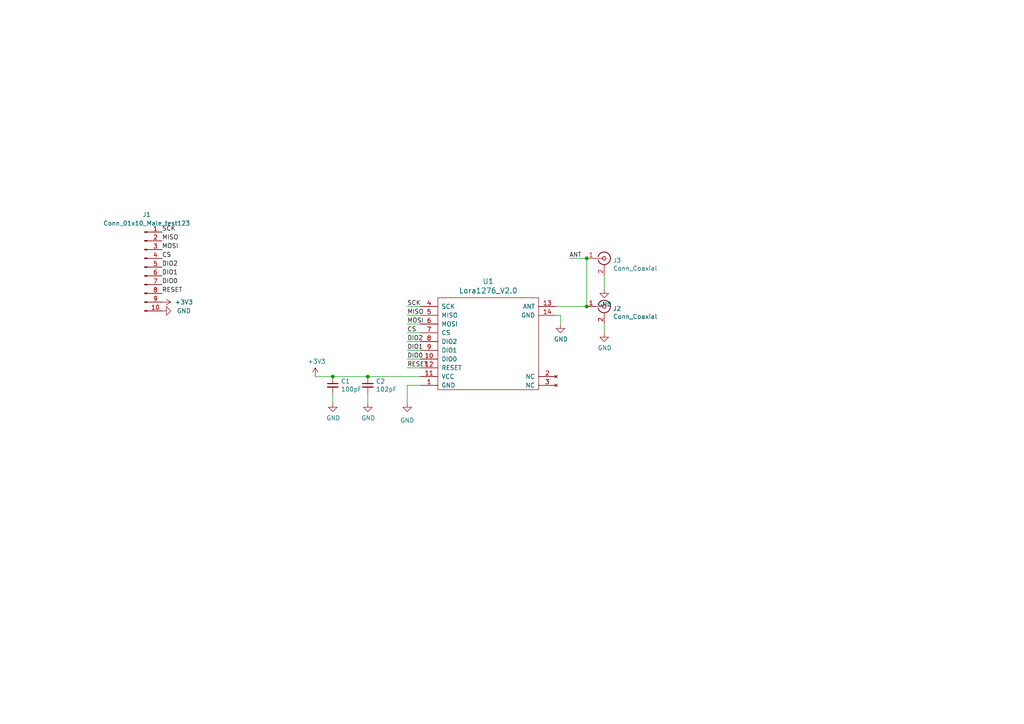
<source format=kicad_sch>
(kicad_sch (version 20211123) (generator eeschema)
  (paper "A4")
  (title_block (title "Lora1276-breakout") (date "2018-08-05") (rev "1.0"))
  (lib_symbols
    (symbol "Connector:Conn_01x10_Male_test123" (pin_names (offset 1.016) hide)
      (property "Reference" "J1" (at 0.635 15.24 0))
      (property "Value" "Conn_01x10_Male_test123" (at 0.635 12.7 0))
      (symbol "Conn_01x10_Male_test123_1_1"
        (polyline (pts (xy 1.27 -12.7) (xy 0.8636 -12.7)) (stroke (width 0.1524)))
        (polyline (pts (xy 1.27 -10.16) (xy 0.8636 -10.16)) (stroke (width 0.1524)))
        (polyline (pts (xy 1.27 -7.62) (xy 0.8636 -7.62)) (stroke (width 0.1524)))
        (polyline (pts (xy 1.27 -5.08) (xy 0.8636 -5.08)) (stroke (width 0.1524)))
        (polyline (pts (xy 1.27 -2.54) (xy 0.8636 -2.54)) (stroke (width 0.1524)))
        (polyline (pts (xy 1.27 0) (xy 0.8636 0)) (stroke (width 0.1524)))
        (polyline (pts (xy 1.27 2.54) (xy 0.8636 2.54)) (stroke (width 0.1524)))
        (polyline (pts (xy 1.27 5.08) (xy 0.8636 5.08)) (stroke (width 0.1524)))
        (polyline (pts (xy 1.27 7.62) (xy 0.8636 7.62)) (stroke (width 0.1524)))
        (polyline (pts (xy 1.27 10.16) (xy 0.8636 10.16)) (stroke (width 0.1524)))
        (rectangle (start 0.8636 -12.573) (end 0 -12.827) (stroke (width 0.1524)) (fill (type outline)))
        (rectangle (start 0.8636 -10.033) (end 0 -10.287) (stroke (width 0.1524)) (fill (type outline)))
        (rectangle (start 0.8636 -7.493) (end 0 -7.747) (stroke (width 0.1524)) (fill (type outline)))
        (rectangle (start 0.8636 -4.953) (end 0 -5.207) (stroke (width 0.1524)) (fill (type outline)))
        (rectangle (start 0.8636 -2.413) (end 0 -2.667) (stroke (width 0.1524)) (fill (type outline)))
        (rectangle (start 0.8636 0.127) (end 0 -0.127) (stroke (width 0.1524)) (fill (type outline)))
        (rectangle (start 0.8636 2.667) (end 0 2.413) (stroke (width 0.1524)) (fill (type outline)))
        (rectangle (start 0.8636 5.207) (end 0 4.953) (stroke (width 0.1524)) (fill (type outline)))
        (rectangle (start 0.8636 7.747) (end 0 7.493) (stroke (width 0.1524)) (fill (type outline)))
        (rectangle (start 0.8636 10.287) (end 0 10.033) (stroke (width 0.1524)) (fill (type outline)))
        (pin passive line (at 5.08 10.16 180) (length 3.81) (name "Pin_1") (number "1"))
        (pin power_out line (at 5.08 -12.7 180) (length 3.81) (name "Pin_10") (number "10"))
        (pin passive line (at 5.08 7.62 180) (length 3.81) (name "Pin_2") (number "2"))
        (pin passive line (at 5.08 5.08 180) (length 3.81) (name "Pin_3") (number "3"))
        (pin passive line (at 5.08 2.54 180) (length 3.81) (name "Pin_4") (number "4"))
        (pin passive line (at 5.08 0 180) (length 3.81) (name "Pin_5") (number "5"))
        (pin passive line (at 5.08 -2.54 180) (length 3.81) (name "Pin_6") (number "6"))
        (pin passive line (at 5.08 -5.08 180) (length 3.81) (name "Pin_7") (number "7"))
        (pin passive line (at 5.08 -7.62 180) (length 3.81) (name "Pin_8") (number "8"))
        (pin power_out line (at 5.08 -10.16 180) (length 3.81) (name "Pin_9") (number "9"))
      )
    )
    (symbol "Connector:Conn_Coaxial" (pin_names (offset 1.016) hide)
      (property "Reference" "J" (at 0.254 3.048 0))
      (property "Value" "Conn_Coaxial" (at 2.921 0 90))
      (symbol "Conn_Coaxial_0_1"
        (arc (start -1.778 -0.508) (mid 0.2311 -1.8066) (end 1.778 0) (stroke (width 0.254)))
        (polyline (pts (xy -2.54 0) (xy -0.508 0)))
        (polyline (pts (xy 0 -2.54) (xy 0 -1.778)))
        (circle (center 0 0) (radius 0.508) (stroke (width 0.2032)))
        (arc (start 1.778 0) (mid 0.2099 1.8101) (end -1.778 0.508) (stroke (width 0.254)))
      )
      (symbol "Conn_Coaxial_1_1"
        (pin passive line (at -5.08 0 0) (length 2.54) (name "In") (number "1"))
        (pin passive line (at 0 -5.08 90) (length 2.54) (name "Ext") (number "2"))
      )
    )
    (symbol "Device:C_Small" (pin_numbers hide) (pin_names (offset 0.254) hide)
      (property "Reference" "C" (at 0.254 1.778 0))
      (property "Value" "C_Small" (at 0.254 -2.032 0))
      (symbol "C_Small_0_1"
        (polyline (pts (xy -1.524 -0.508) (xy 1.524 -0.508)) (stroke (width 0.3302)))
        (polyline (pts (xy -1.524 0.508) (xy 1.524 0.508)) (stroke (width 0.3048)))
      )
      (symbol "C_Small_1_1"
        (pin passive line (at 0 2.54 270) (length 2.032) (name "~") (number "1"))
        (pin passive line (at 0 -2.54 90) (length 2.032) (name "~") (number "2"))
      )
    )
    (symbol "Nicerf:Lora1276_V2.0" (pin_names (offset 1.016))
      (property "Reference" "U" (at 11.43 -15.24 0))
      (property "Value" "Lora1276_V2.0" (at 1.27 0 0))
      (symbol "Lora1276_V2.0_0_1"
        (rectangle (start -13.97 13.97) (end 15.24 -12.7))
      )
      (symbol "Lora1276_V2.0_1_1"
        (pin power_in line (at -19.05 -11.43 0) (length 5.08) (name "GND") (number "1"))
        (pin bidirectional line (at -19.05 -3.81 0) (length 5.08) (name "DIO0") (number "10"))
        (pin power_in line (at -19.05 -8.89 0) (length 5.08) (name "VCC") (number "11"))
        (pin input line (at -19.05 -6.35 0) (length 5.08) (name "RESET") (number "12"))
        (pin input line (at 20.32 11.43 180) (length 5.08) (name "ANT") (number "13"))
        (pin power_in line (at 20.32 8.89 180) (length 5.08) (name "GND") (number "14"))
        (pin no_connect line (at 20.32 -8.89 180) (length 5.08) (name "NC") (number "2"))
        (pin no_connect line (at 20.32 -11.43 180) (length 5.08) (name "NC") (number "3"))
        (pin input line (at -19.05 11.43 0) (length 5.08) (name "SCK") (number "4"))
        (pin output line (at -19.05 8.89 0) (length 5.08) (name "MISO") (number "5"))
        (pin input line (at -19.05 6.35 0) (length 5.08) (name "MOSI") (number "6"))
        (pin input line (at -19.05 3.81 0) (length 5.08) (name "CS") (number "7"))
        (pin bidirectional line (at -19.05 1.27 0) (length 5.08) (name "DIO2") (number "8"))
        (pin bidirectional line (at -19.05 -1.27 0) (length 5.08) (name "DIO1") (number "9"))
      )
    )
    (symbol "lora1276Breakout-rescue:+3.3V-power" (power) (pin_names (offset 0))
      (property "Value" "+3.3V-power" (at 0 3.556 0))
      (symbol "+3.3V-power_0_1"
        (polyline (pts (xy -0.762 1.27) (xy 0 2.54)))
        (polyline (pts (xy 0 0) (xy 0 2.54)))
        (polyline (pts (xy 0 2.54) (xy 0.762 1.27)))
      )
      (symbol "+3.3V-power_1_1"
        (pin power_in line (at 0 0 90) (length 0) hide (name "+3V3") (number "1"))
      )
    )
    (symbol "power:GND" (power) (pin_names (offset 0))
      (property "Value" "GND" (at 0 -3.81 0))
      (symbol "GND_0_1"
        (polyline (pts (xy 0 0) (xy 0 -1.27) (xy 1.27 -1.27) (xy 0 -2.54) (xy -1.27 -1.27) (xy 0 -1.27)))
      )
      (symbol "GND_1_1"
        (pin power_in line (at 0 0 270) (length 0) hide (name "GND") (number "1"))
      )
    )
  )
  (junction (at 96.52 109.22))
  (junction (at 170.18 74.93))
  (junction (at 170.18 88.9))
  (junction (at 106.68 109.22))
  (wire (pts (xy 106.68 109.22) (xy 121.92 109.22)))
  (wire (pts (xy 91.44 109.22) (xy 96.52 109.22)))
  (wire (pts (xy 118.11 93.98) (xy 121.92 93.98)))
  (wire (pts (xy 175.26 93.98) (xy 175.26 96.52)))
  (wire (pts (xy 118.11 88.9) (xy 121.92 88.9)))
  (wire (pts (xy 175.26 80.01) (xy 175.26 83.82)))
  (wire (pts (xy 118.11 96.52) (xy 121.92 96.52)))
  (wire (pts (xy 118.11 104.14) (xy 121.92 104.14)))
  (wire (pts (xy 161.29 91.44) (xy 162.56 91.44)))
  (wire (pts (xy 121.92 111.76) (xy 118.11 111.76)))
  (wire (pts (xy 165.1 74.93) (xy 170.18 74.93)))
  (wire (pts (xy 161.29 88.9) (xy 170.18 88.9)))
  (wire (pts (xy 118.11 101.6) (xy 121.92 101.6)))
  (wire (pts (xy 170.18 88.9) (xy 170.18 74.93)))
  (wire (pts (xy 162.56 91.44) (xy 162.56 93.98)))
  (wire (pts (xy 118.11 106.68) (xy 121.92 106.68)))
  (wire (pts (xy 96.52 114.3) (xy 96.52 116.84)))
  (wire (pts (xy 118.11 91.44) (xy 121.92 91.44)))
  (wire (pts (xy 96.52 109.22) (xy 106.68 109.22)))
  (wire (pts (xy 118.11 99.06) (xy 121.92 99.06)))
  (wire (pts (xy 118.11 111.76) (xy 118.11 116.84)))
  (wire (pts (xy 106.68 114.3) (xy 106.68 116.84)))
  (label "DIO1" (at 46.99 80.01 0))
  (label "MISO" (at 46.99 69.85 0))
  (label "RESET" (at 46.99 85.09 0))
  (label "MOSI" (at 118.11 93.98 0))
  (label "RESET" (at 118.11 106.68 0))
  (label "DIO2" (at 118.11 99.06 0))
  (label "DIO0" (at 46.99 82.55 0))
  (label "CS" (at 118.11 96.52 0))
  (label "MISO" (at 118.11 91.44 0))
  (label "DIO0" (at 118.11 104.14 0))
  (label "DIO1" (at 118.11 101.6 0))
  (label "SCK" (at 118.11 88.9 0))
  (label "CS" (at 46.99 74.93 0))
  (label "MOSI" (at 46.99 72.39 0))
  (label "ANT" (at 165.1 74.93 0))
  (label "DIO2" (at 46.99 77.47 0))
  (label "SCK" (at 46.99 67.31 0))
  (symbol (lib_id "Nicerf:Lora1276_V2.0") (at 140.97 100.33 0) (unit 1)
    (property "Reference" "U1" (at 141.605 81.6102 0) (effects (font (size 1.524 1.524))))
    (property "Value" "Lora1276_V2.0" (at 141.605 84.3026 0) (effects (font (size 1.524 1.524))))
    (property "Footprint" "Nicerf:Lora1276_V2.0" (effects hide))
  )
  (symbol (lib_id "Device:C_Small") (at 106.68 111.76 0) (unit 1)
    (property "Reference" "C2" (at 109.0168 110.5916 0) (effects (justify left)))
    (property "Value" "102pF" (at 109.0168 112.903 0) (effects (justify left)))
    (property "Footprint" "Capacitor_SMD:C_0805_2012Metric" (effects hide))
  )
  (symbol (lib_id "Device:C_Small") (at 96.52 111.76 0) (unit 1)
    (property "Reference" "C1" (at 98.8568 110.5916 0) (effects (justify left)))
    (property "Value" "100pF" (at 98.8568 112.903 0) (effects (justify left)))
    (property "Footprint" "Capacitor_SMD:C_0805_2012Metric" (effects hide))
  )
  (symbol (lib_id "Connector:Conn_Coaxial") (at 175.26 88.9 0) (unit 1)
    (property "Reference" "J2" (at 177.7746 89.5096 0) (effects (justify left)))
    (property "Value" "Conn_Coaxial" (at 177.7746 91.821 0) (effects (justify left)))
    (property "Footprint" "Connector_Coaxial:SMA_Molex_73251-1153_EdgeMount_Horizontal" (effects hide))
    (property "Datasheet" " ~" (effects hide))
  )
  (symbol (lib_id "power:GND") (at 96.52 116.84 0) (unit 1)
    (property "Reference" "#PWR0101" (effects hide))
    (property "Value" "GND" (at 96.647 121.2342 0))
  )
  (symbol (lib_id "power:GND") (at 106.68 116.84 0) (unit 1)
    (property "Reference" "#PWR0102" (effects hide))
    (property "Value" "GND" (at 106.807 121.2342 0))
  )
  (symbol (lib_id "power:GND") (at 162.56 93.98 0) (unit 1)
    (property "Reference" "#PWR0104" (effects hide))
    (property "Value" "GND" (at 162.687 98.3742 0))
  )
  (symbol (lib_id "power:GND") (at 175.26 96.52 0) (unit 1)
    (property "Reference" "#PWR0105" (effects hide))
    (property "Value" "GND" (at 175.387 100.9142 0))
  )
  (symbol (lib_id "lora1276Breakout-rescue:+3.3V-power") (at 91.44 109.22 0) (unit 1)
    (property "Reference" "#PWR0106" (effects hide))
    (property "Value" "+3.3V" (at 91.821 104.8258 0))
  )
  (symbol (lib_id "Connector:Conn_Coaxial") (at 175.26 74.93 0) (unit 1)
    (property "Reference" "J3" (at 177.7746 75.5396 0) (effects (justify left)))
    (property "Value" "Conn_Coaxial" (at 177.7746 77.851 0) (effects (justify left)))
    (property "Footprint" "Connector_Coaxial:U.FL_Hirose_U.FL-R-SMT-1_Vertical" (effects hide))
    (property "Datasheet" " ~" (effects hide))
  )
  (symbol (lib_id "power:GND") (at 175.26 83.82 0) (unit 1)
    (property "Reference" "#PWR01" (effects hide))
    (property "Value" "GND" (at 175.387 88.2142 0))
  )
  (symbol (lib_id "power:GND") (at 46.99 90.17 90) (unit 1)
    (property "Reference" "#PWR0108" (effects hide))
    (property "Value" "GND" (at 53.34 90.17 90))
  )
  (symbol (lib_id "Connector:Conn_01x10_Male_test123") (at 41.91 77.47 0) (unit 1)
    (property "Reference" "J1" (at 42.545 62.23 0))
    (property "Value" "Conn_01x10_Male_test123" (at 42.545 64.77 0))
    (property "Footprint" "Connector_PinHeader_2.54mm:PinHeader_1x10_P2.54mm_Vertical" (effects hide))
  )
  (symbol (lib_id "lora1276Breakout-rescue:+3.3V-power") (at 46.99 87.63 270) (unit 1)
    (property "Reference" "#PWR0107" (effects hide))
    (property "Value" "+3.3V" (at 53.34 87.63 90))
  )
  (symbol (lib_id "power:GND") (at 118.11 116.84 0) (unit 1)
    (property "Reference" "#PWR0103" (effects hide))
    (property "Value" "GND" (at 118.11 121.92 0))
  )
)
</source>
